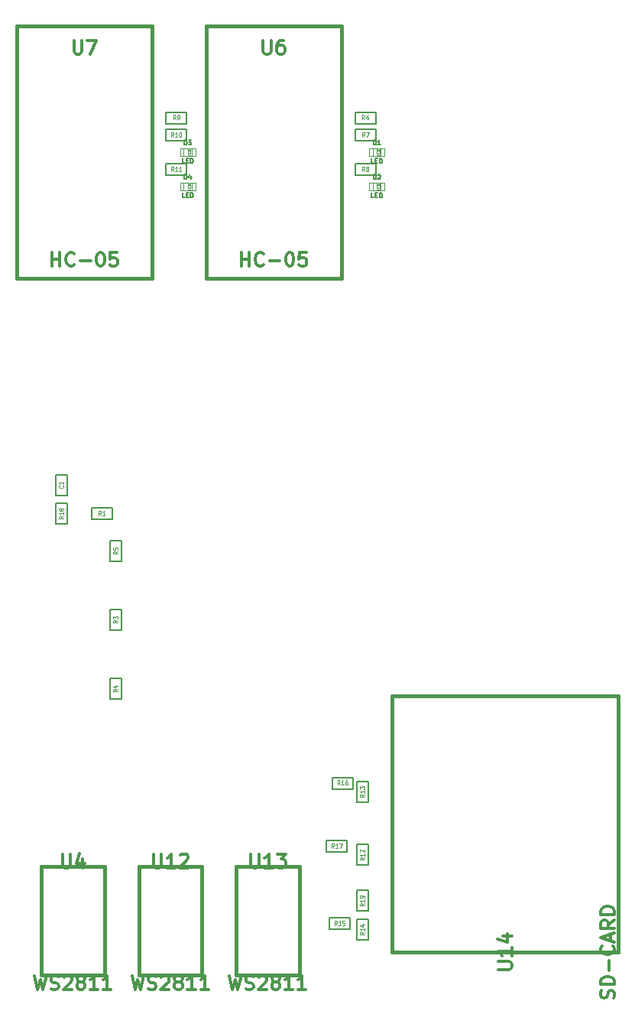
<source format=gto>
G04 (created by PCBNEW-RS274X (2012-apr-16-27)-stable) date So 26 Okt 2014 19:58:05 CET*
G01*
G70*
G90*
%MOIN*%
G04 Gerber Fmt 3.4, Leading zero omitted, Abs format*
%FSLAX34Y34*%
G04 APERTURE LIST*
%ADD10C,0.006000*%
%ADD11C,0.005000*%
%ADD12C,0.002600*%
%ADD13C,0.004000*%
%ADD14C,0.015000*%
%ADD15C,0.004500*%
%ADD16C,0.012000*%
G04 APERTURE END LIST*
G54D10*
G54D11*
X02500Y-17950D02*
X02500Y-17050D01*
X02500Y-17050D02*
X03000Y-17050D01*
X03000Y-17050D02*
X03000Y-17950D01*
X03000Y-17950D02*
X02500Y-17950D01*
X03000Y-18300D02*
X03000Y-19200D01*
X03000Y-19200D02*
X02500Y-19200D01*
X02500Y-19200D02*
X02500Y-18300D01*
X02500Y-18300D02*
X03000Y-18300D01*
X15200Y-33500D02*
X14300Y-33500D01*
X14300Y-33500D02*
X14300Y-33000D01*
X14300Y-33000D02*
X15200Y-33000D01*
X15200Y-33000D02*
X15200Y-33500D01*
X15450Y-30750D02*
X14550Y-30750D01*
X14550Y-30750D02*
X14550Y-30250D01*
X14550Y-30250D02*
X15450Y-30250D01*
X15450Y-30250D02*
X15450Y-30750D01*
X15325Y-36875D02*
X14425Y-36875D01*
X14425Y-36875D02*
X14425Y-36375D01*
X14425Y-36375D02*
X15325Y-36375D01*
X15325Y-36375D02*
X15325Y-36875D01*
X15625Y-37325D02*
X15625Y-36425D01*
X15625Y-36425D02*
X16125Y-36425D01*
X16125Y-36425D02*
X16125Y-37325D01*
X16125Y-37325D02*
X15625Y-37325D01*
X15625Y-31325D02*
X15625Y-30425D01*
X15625Y-30425D02*
X16125Y-30425D01*
X16125Y-30425D02*
X16125Y-31325D01*
X16125Y-31325D02*
X15625Y-31325D01*
X15625Y-34075D02*
X15625Y-33175D01*
X15625Y-33175D02*
X16125Y-33175D01*
X16125Y-33175D02*
X16125Y-34075D01*
X16125Y-34075D02*
X15625Y-34075D01*
X07300Y-03500D02*
X08200Y-03500D01*
X08200Y-03500D02*
X08200Y-04000D01*
X08200Y-04000D02*
X07300Y-04000D01*
X07300Y-04000D02*
X07300Y-03500D01*
X07300Y-02000D02*
X08200Y-02000D01*
X08200Y-02000D02*
X08200Y-02500D01*
X08200Y-02500D02*
X07300Y-02500D01*
X07300Y-02500D02*
X07300Y-02000D01*
X07300Y-01250D02*
X08200Y-01250D01*
X08200Y-01250D02*
X08200Y-01750D01*
X08200Y-01750D02*
X07300Y-01750D01*
X07300Y-01750D02*
X07300Y-01250D01*
X15550Y-03500D02*
X16450Y-03500D01*
X16450Y-03500D02*
X16450Y-04000D01*
X16450Y-04000D02*
X15550Y-04000D01*
X15550Y-04000D02*
X15550Y-03500D01*
X15550Y-02000D02*
X16450Y-02000D01*
X16450Y-02000D02*
X16450Y-02500D01*
X16450Y-02500D02*
X15550Y-02500D01*
X15550Y-02500D02*
X15550Y-02000D01*
X04875Y-20825D02*
X04875Y-19925D01*
X04875Y-19925D02*
X05375Y-19925D01*
X05375Y-19925D02*
X05375Y-20825D01*
X05375Y-20825D02*
X04875Y-20825D01*
X04875Y-26825D02*
X04875Y-25925D01*
X04875Y-25925D02*
X05375Y-25925D01*
X05375Y-25925D02*
X05375Y-26825D01*
X05375Y-26825D02*
X04875Y-26825D01*
X04875Y-23825D02*
X04875Y-22925D01*
X04875Y-22925D02*
X05375Y-22925D01*
X05375Y-22925D02*
X05375Y-23825D01*
X05375Y-23825D02*
X04875Y-23825D01*
X04050Y-18500D02*
X04950Y-18500D01*
X04950Y-18500D02*
X04950Y-19000D01*
X04950Y-19000D02*
X04050Y-19000D01*
X04050Y-19000D02*
X04050Y-18500D01*
X15550Y-01250D02*
X16450Y-01250D01*
X16450Y-01250D02*
X16450Y-01750D01*
X16450Y-01750D02*
X15550Y-01750D01*
X15550Y-01750D02*
X15550Y-01250D01*
G54D12*
X16677Y-02823D02*
X16677Y-03177D01*
X16677Y-03177D02*
X16834Y-03177D01*
X16834Y-02823D02*
X16834Y-03177D01*
X16677Y-02823D02*
X16834Y-02823D01*
X16166Y-02823D02*
X16166Y-03177D01*
X16166Y-03177D02*
X16323Y-03177D01*
X16323Y-02823D02*
X16323Y-03177D01*
X16166Y-02823D02*
X16323Y-02823D01*
X16500Y-02823D02*
X16500Y-02882D01*
X16500Y-02882D02*
X16618Y-02882D01*
X16618Y-02823D02*
X16618Y-02882D01*
X16500Y-02823D02*
X16618Y-02823D01*
X16500Y-03118D02*
X16500Y-03177D01*
X16500Y-03177D02*
X16618Y-03177D01*
X16618Y-03118D02*
X16618Y-03177D01*
X16500Y-03118D02*
X16618Y-03118D01*
X16500Y-02941D02*
X16500Y-03059D01*
X16500Y-03059D02*
X16618Y-03059D01*
X16618Y-02941D02*
X16618Y-03059D01*
X16500Y-02941D02*
X16618Y-02941D01*
G54D13*
X16677Y-02843D02*
X16323Y-02843D01*
X16677Y-03157D02*
X16323Y-03157D01*
G54D12*
X16677Y-04323D02*
X16677Y-04677D01*
X16677Y-04677D02*
X16834Y-04677D01*
X16834Y-04323D02*
X16834Y-04677D01*
X16677Y-04323D02*
X16834Y-04323D01*
X16166Y-04323D02*
X16166Y-04677D01*
X16166Y-04677D02*
X16323Y-04677D01*
X16323Y-04323D02*
X16323Y-04677D01*
X16166Y-04323D02*
X16323Y-04323D01*
X16500Y-04323D02*
X16500Y-04382D01*
X16500Y-04382D02*
X16618Y-04382D01*
X16618Y-04323D02*
X16618Y-04382D01*
X16500Y-04323D02*
X16618Y-04323D01*
X16500Y-04618D02*
X16500Y-04677D01*
X16500Y-04677D02*
X16618Y-04677D01*
X16618Y-04618D02*
X16618Y-04677D01*
X16500Y-04618D02*
X16618Y-04618D01*
X16500Y-04441D02*
X16500Y-04559D01*
X16500Y-04559D02*
X16618Y-04559D01*
X16618Y-04441D02*
X16618Y-04559D01*
X16500Y-04441D02*
X16618Y-04441D01*
G54D13*
X16677Y-04343D02*
X16323Y-04343D01*
X16677Y-04657D02*
X16323Y-04657D01*
G54D12*
X08427Y-02823D02*
X08427Y-03177D01*
X08427Y-03177D02*
X08584Y-03177D01*
X08584Y-02823D02*
X08584Y-03177D01*
X08427Y-02823D02*
X08584Y-02823D01*
X07916Y-02823D02*
X07916Y-03177D01*
X07916Y-03177D02*
X08073Y-03177D01*
X08073Y-02823D02*
X08073Y-03177D01*
X07916Y-02823D02*
X08073Y-02823D01*
X08250Y-02823D02*
X08250Y-02882D01*
X08250Y-02882D02*
X08368Y-02882D01*
X08368Y-02823D02*
X08368Y-02882D01*
X08250Y-02823D02*
X08368Y-02823D01*
X08250Y-03118D02*
X08250Y-03177D01*
X08250Y-03177D02*
X08368Y-03177D01*
X08368Y-03118D02*
X08368Y-03177D01*
X08250Y-03118D02*
X08368Y-03118D01*
X08250Y-02941D02*
X08250Y-03059D01*
X08250Y-03059D02*
X08368Y-03059D01*
X08368Y-02941D02*
X08368Y-03059D01*
X08250Y-02941D02*
X08368Y-02941D01*
G54D13*
X08427Y-02843D02*
X08073Y-02843D01*
X08427Y-03157D02*
X08073Y-03157D01*
G54D12*
X08427Y-04323D02*
X08427Y-04677D01*
X08427Y-04677D02*
X08584Y-04677D01*
X08584Y-04323D02*
X08584Y-04677D01*
X08427Y-04323D02*
X08584Y-04323D01*
X07916Y-04323D02*
X07916Y-04677D01*
X07916Y-04677D02*
X08073Y-04677D01*
X08073Y-04323D02*
X08073Y-04677D01*
X07916Y-04323D02*
X08073Y-04323D01*
X08250Y-04323D02*
X08250Y-04382D01*
X08250Y-04382D02*
X08368Y-04382D01*
X08368Y-04323D02*
X08368Y-04382D01*
X08250Y-04323D02*
X08368Y-04323D01*
X08250Y-04618D02*
X08250Y-04677D01*
X08250Y-04677D02*
X08368Y-04677D01*
X08368Y-04618D02*
X08368Y-04677D01*
X08250Y-04618D02*
X08368Y-04618D01*
X08250Y-04441D02*
X08250Y-04559D01*
X08250Y-04559D02*
X08368Y-04559D01*
X08368Y-04441D02*
X08368Y-04559D01*
X08250Y-04441D02*
X08368Y-04441D01*
G54D13*
X08427Y-04343D02*
X08073Y-04343D01*
X08427Y-04657D02*
X08073Y-04657D01*
G54D14*
X09047Y02512D02*
X14953Y02512D01*
X14953Y02512D02*
X14953Y-08512D01*
X14953Y-08512D02*
X09047Y-08512D01*
X09047Y-08512D02*
X09047Y02512D01*
X00797Y02512D02*
X06703Y02512D01*
X06703Y02512D02*
X06703Y-08512D01*
X06703Y-08512D02*
X00797Y-08512D01*
X00797Y-08512D02*
X00797Y02512D01*
G54D11*
X16125Y-35175D02*
X16125Y-36075D01*
X16125Y-36075D02*
X15625Y-36075D01*
X15625Y-36075D02*
X15625Y-35175D01*
X15625Y-35175D02*
X16125Y-35175D01*
G54D14*
X27019Y-37875D02*
X27019Y-26694D01*
X27019Y-26694D02*
X17176Y-26694D01*
X17176Y-26694D02*
X17176Y-37875D01*
X17176Y-37875D02*
X27019Y-37875D01*
X04628Y-34138D02*
X04628Y-38862D01*
X01872Y-34138D02*
X01872Y-38862D01*
X01872Y-34138D02*
X04628Y-34138D01*
X04628Y-38862D02*
X01872Y-38862D01*
X08878Y-34138D02*
X08878Y-38862D01*
X06122Y-34138D02*
X06122Y-38862D01*
X06122Y-34138D02*
X08878Y-34138D01*
X08878Y-38862D02*
X06122Y-38862D01*
X13128Y-34138D02*
X13128Y-38862D01*
X10372Y-34138D02*
X10372Y-38862D01*
X10372Y-34138D02*
X13128Y-34138D01*
X13128Y-38862D02*
X10372Y-38862D01*
G54D15*
X02812Y-17529D02*
X02821Y-17538D01*
X02831Y-17564D01*
X02831Y-17581D01*
X02821Y-17606D01*
X02802Y-17624D01*
X02783Y-17632D01*
X02745Y-17641D01*
X02717Y-17641D01*
X02679Y-17632D01*
X02660Y-17624D01*
X02640Y-17606D01*
X02631Y-17581D01*
X02631Y-17564D01*
X02640Y-17538D01*
X02650Y-17529D01*
X02831Y-17358D02*
X02831Y-17461D01*
X02831Y-17409D02*
X02631Y-17409D01*
X02660Y-17426D01*
X02679Y-17444D01*
X02688Y-17461D01*
X02831Y-18865D02*
X02736Y-18925D01*
X02831Y-18968D02*
X02631Y-18968D01*
X02631Y-18900D01*
X02640Y-18882D01*
X02650Y-18874D01*
X02669Y-18865D01*
X02698Y-18865D01*
X02717Y-18874D01*
X02726Y-18882D01*
X02736Y-18900D01*
X02736Y-18968D01*
X02831Y-18694D02*
X02831Y-18797D01*
X02831Y-18745D02*
X02631Y-18745D01*
X02660Y-18762D01*
X02679Y-18780D01*
X02688Y-18797D01*
X02717Y-18591D02*
X02707Y-18609D01*
X02698Y-18617D01*
X02679Y-18626D01*
X02669Y-18626D01*
X02650Y-18617D01*
X02640Y-18609D01*
X02631Y-18591D01*
X02631Y-18557D01*
X02640Y-18540D01*
X02650Y-18531D01*
X02669Y-18523D01*
X02679Y-18523D01*
X02698Y-18531D01*
X02707Y-18540D01*
X02717Y-18557D01*
X02717Y-18591D01*
X02726Y-18609D01*
X02736Y-18617D01*
X02755Y-18626D01*
X02793Y-18626D01*
X02812Y-18617D01*
X02821Y-18609D01*
X02831Y-18591D01*
X02831Y-18557D01*
X02821Y-18540D01*
X02812Y-18531D01*
X02793Y-18523D01*
X02755Y-18523D01*
X02736Y-18531D01*
X02726Y-18540D01*
X02717Y-18557D01*
X14635Y-33331D02*
X14575Y-33236D01*
X14532Y-33331D02*
X14532Y-33131D01*
X14600Y-33131D01*
X14618Y-33140D01*
X14626Y-33150D01*
X14635Y-33169D01*
X14635Y-33198D01*
X14626Y-33217D01*
X14618Y-33226D01*
X14600Y-33236D01*
X14532Y-33236D01*
X14806Y-33331D02*
X14703Y-33331D01*
X14755Y-33331D02*
X14755Y-33131D01*
X14738Y-33160D01*
X14720Y-33179D01*
X14703Y-33188D01*
X14866Y-33131D02*
X14986Y-33131D01*
X14909Y-33331D01*
X14885Y-30581D02*
X14825Y-30486D01*
X14782Y-30581D02*
X14782Y-30381D01*
X14850Y-30381D01*
X14868Y-30390D01*
X14876Y-30400D01*
X14885Y-30419D01*
X14885Y-30448D01*
X14876Y-30467D01*
X14868Y-30476D01*
X14850Y-30486D01*
X14782Y-30486D01*
X15056Y-30581D02*
X14953Y-30581D01*
X15005Y-30581D02*
X15005Y-30381D01*
X14988Y-30410D01*
X14970Y-30429D01*
X14953Y-30438D01*
X15210Y-30381D02*
X15176Y-30381D01*
X15159Y-30390D01*
X15150Y-30400D01*
X15133Y-30429D01*
X15124Y-30467D01*
X15124Y-30543D01*
X15133Y-30562D01*
X15141Y-30571D01*
X15159Y-30581D01*
X15193Y-30581D01*
X15210Y-30571D01*
X15219Y-30562D01*
X15227Y-30543D01*
X15227Y-30495D01*
X15219Y-30476D01*
X15210Y-30467D01*
X15193Y-30457D01*
X15159Y-30457D01*
X15141Y-30467D01*
X15133Y-30476D01*
X15124Y-30495D01*
X14760Y-36706D02*
X14700Y-36611D01*
X14657Y-36706D02*
X14657Y-36506D01*
X14725Y-36506D01*
X14743Y-36515D01*
X14751Y-36525D01*
X14760Y-36544D01*
X14760Y-36573D01*
X14751Y-36592D01*
X14743Y-36601D01*
X14725Y-36611D01*
X14657Y-36611D01*
X14931Y-36706D02*
X14828Y-36706D01*
X14880Y-36706D02*
X14880Y-36506D01*
X14863Y-36535D01*
X14845Y-36554D01*
X14828Y-36563D01*
X15094Y-36506D02*
X15008Y-36506D01*
X14999Y-36601D01*
X15008Y-36592D01*
X15025Y-36582D01*
X15068Y-36582D01*
X15085Y-36592D01*
X15094Y-36601D01*
X15102Y-36620D01*
X15102Y-36668D01*
X15094Y-36687D01*
X15085Y-36696D01*
X15068Y-36706D01*
X15025Y-36706D01*
X15008Y-36696D01*
X14999Y-36687D01*
X15956Y-36990D02*
X15861Y-37050D01*
X15956Y-37093D02*
X15756Y-37093D01*
X15756Y-37025D01*
X15765Y-37007D01*
X15775Y-36999D01*
X15794Y-36990D01*
X15823Y-36990D01*
X15842Y-36999D01*
X15851Y-37007D01*
X15861Y-37025D01*
X15861Y-37093D01*
X15956Y-36819D02*
X15956Y-36922D01*
X15956Y-36870D02*
X15756Y-36870D01*
X15785Y-36887D01*
X15804Y-36905D01*
X15813Y-36922D01*
X15823Y-36665D02*
X15956Y-36665D01*
X15746Y-36708D02*
X15889Y-36751D01*
X15889Y-36639D01*
X15956Y-30990D02*
X15861Y-31050D01*
X15956Y-31093D02*
X15756Y-31093D01*
X15756Y-31025D01*
X15765Y-31007D01*
X15775Y-30999D01*
X15794Y-30990D01*
X15823Y-30990D01*
X15842Y-30999D01*
X15851Y-31007D01*
X15861Y-31025D01*
X15861Y-31093D01*
X15956Y-30819D02*
X15956Y-30922D01*
X15956Y-30870D02*
X15756Y-30870D01*
X15785Y-30887D01*
X15804Y-30905D01*
X15813Y-30922D01*
X15756Y-30759D02*
X15756Y-30648D01*
X15832Y-30708D01*
X15832Y-30682D01*
X15842Y-30665D01*
X15851Y-30656D01*
X15870Y-30648D01*
X15918Y-30648D01*
X15937Y-30656D01*
X15946Y-30665D01*
X15956Y-30682D01*
X15956Y-30734D01*
X15946Y-30751D01*
X15937Y-30759D01*
X15956Y-33740D02*
X15861Y-33800D01*
X15956Y-33843D02*
X15756Y-33843D01*
X15756Y-33775D01*
X15765Y-33757D01*
X15775Y-33749D01*
X15794Y-33740D01*
X15823Y-33740D01*
X15842Y-33749D01*
X15851Y-33757D01*
X15861Y-33775D01*
X15861Y-33843D01*
X15956Y-33569D02*
X15956Y-33672D01*
X15956Y-33620D02*
X15756Y-33620D01*
X15785Y-33637D01*
X15804Y-33655D01*
X15813Y-33672D01*
X15775Y-33501D02*
X15765Y-33492D01*
X15756Y-33475D01*
X15756Y-33432D01*
X15765Y-33415D01*
X15775Y-33406D01*
X15794Y-33398D01*
X15813Y-33398D01*
X15842Y-33406D01*
X15956Y-33509D01*
X15956Y-33398D01*
X07635Y-03831D02*
X07575Y-03736D01*
X07532Y-03831D02*
X07532Y-03631D01*
X07600Y-03631D01*
X07618Y-03640D01*
X07626Y-03650D01*
X07635Y-03669D01*
X07635Y-03698D01*
X07626Y-03717D01*
X07618Y-03726D01*
X07600Y-03736D01*
X07532Y-03736D01*
X07806Y-03831D02*
X07703Y-03831D01*
X07755Y-03831D02*
X07755Y-03631D01*
X07738Y-03660D01*
X07720Y-03679D01*
X07703Y-03688D01*
X07977Y-03831D02*
X07874Y-03831D01*
X07926Y-03831D02*
X07926Y-03631D01*
X07909Y-03660D01*
X07891Y-03679D01*
X07874Y-03688D01*
X07635Y-02331D02*
X07575Y-02236D01*
X07532Y-02331D02*
X07532Y-02131D01*
X07600Y-02131D01*
X07618Y-02140D01*
X07626Y-02150D01*
X07635Y-02169D01*
X07635Y-02198D01*
X07626Y-02217D01*
X07618Y-02226D01*
X07600Y-02236D01*
X07532Y-02236D01*
X07806Y-02331D02*
X07703Y-02331D01*
X07755Y-02331D02*
X07755Y-02131D01*
X07738Y-02160D01*
X07720Y-02179D01*
X07703Y-02188D01*
X07917Y-02131D02*
X07934Y-02131D01*
X07951Y-02140D01*
X07960Y-02150D01*
X07969Y-02169D01*
X07977Y-02207D01*
X07977Y-02255D01*
X07969Y-02293D01*
X07960Y-02312D01*
X07951Y-02321D01*
X07934Y-02331D01*
X07917Y-02331D01*
X07900Y-02321D01*
X07891Y-02312D01*
X07883Y-02293D01*
X07874Y-02255D01*
X07874Y-02207D01*
X07883Y-02169D01*
X07891Y-02150D01*
X07900Y-02140D01*
X07917Y-02131D01*
X07721Y-01581D02*
X07661Y-01486D01*
X07618Y-01581D02*
X07618Y-01381D01*
X07686Y-01381D01*
X07704Y-01390D01*
X07712Y-01400D01*
X07721Y-01419D01*
X07721Y-01448D01*
X07712Y-01467D01*
X07704Y-01476D01*
X07686Y-01486D01*
X07618Y-01486D01*
X07806Y-01581D02*
X07841Y-01581D01*
X07858Y-01571D01*
X07866Y-01562D01*
X07884Y-01533D01*
X07892Y-01495D01*
X07892Y-01419D01*
X07884Y-01400D01*
X07875Y-01390D01*
X07858Y-01381D01*
X07824Y-01381D01*
X07806Y-01390D01*
X07798Y-01400D01*
X07789Y-01419D01*
X07789Y-01467D01*
X07798Y-01486D01*
X07806Y-01495D01*
X07824Y-01505D01*
X07858Y-01505D01*
X07875Y-01495D01*
X07884Y-01486D01*
X07892Y-01467D01*
X15971Y-03831D02*
X15911Y-03736D01*
X15868Y-03831D02*
X15868Y-03631D01*
X15936Y-03631D01*
X15954Y-03640D01*
X15962Y-03650D01*
X15971Y-03669D01*
X15971Y-03698D01*
X15962Y-03717D01*
X15954Y-03726D01*
X15936Y-03736D01*
X15868Y-03736D01*
X16074Y-03717D02*
X16056Y-03707D01*
X16048Y-03698D01*
X16039Y-03679D01*
X16039Y-03669D01*
X16048Y-03650D01*
X16056Y-03640D01*
X16074Y-03631D01*
X16108Y-03631D01*
X16125Y-03640D01*
X16134Y-03650D01*
X16142Y-03669D01*
X16142Y-03679D01*
X16134Y-03698D01*
X16125Y-03707D01*
X16108Y-03717D01*
X16074Y-03717D01*
X16056Y-03726D01*
X16048Y-03736D01*
X16039Y-03755D01*
X16039Y-03793D01*
X16048Y-03812D01*
X16056Y-03821D01*
X16074Y-03831D01*
X16108Y-03831D01*
X16125Y-03821D01*
X16134Y-03812D01*
X16142Y-03793D01*
X16142Y-03755D01*
X16134Y-03736D01*
X16125Y-03726D01*
X16108Y-03717D01*
X15971Y-02331D02*
X15911Y-02236D01*
X15868Y-02331D02*
X15868Y-02131D01*
X15936Y-02131D01*
X15954Y-02140D01*
X15962Y-02150D01*
X15971Y-02169D01*
X15971Y-02198D01*
X15962Y-02217D01*
X15954Y-02226D01*
X15936Y-02236D01*
X15868Y-02236D01*
X16031Y-02131D02*
X16151Y-02131D01*
X16074Y-02331D01*
X05206Y-20404D02*
X05111Y-20464D01*
X05206Y-20507D02*
X05006Y-20507D01*
X05006Y-20439D01*
X05015Y-20421D01*
X05025Y-20413D01*
X05044Y-20404D01*
X05073Y-20404D01*
X05092Y-20413D01*
X05101Y-20421D01*
X05111Y-20439D01*
X05111Y-20507D01*
X05006Y-20241D02*
X05006Y-20327D01*
X05101Y-20336D01*
X05092Y-20327D01*
X05082Y-20310D01*
X05082Y-20267D01*
X05092Y-20250D01*
X05101Y-20241D01*
X05120Y-20233D01*
X05168Y-20233D01*
X05187Y-20241D01*
X05196Y-20250D01*
X05206Y-20267D01*
X05206Y-20310D01*
X05196Y-20327D01*
X05187Y-20336D01*
X05206Y-26404D02*
X05111Y-26464D01*
X05206Y-26507D02*
X05006Y-26507D01*
X05006Y-26439D01*
X05015Y-26421D01*
X05025Y-26413D01*
X05044Y-26404D01*
X05073Y-26404D01*
X05092Y-26413D01*
X05101Y-26421D01*
X05111Y-26439D01*
X05111Y-26507D01*
X05073Y-26250D02*
X05206Y-26250D01*
X04996Y-26293D02*
X05139Y-26336D01*
X05139Y-26224D01*
X05206Y-23404D02*
X05111Y-23464D01*
X05206Y-23507D02*
X05006Y-23507D01*
X05006Y-23439D01*
X05015Y-23421D01*
X05025Y-23413D01*
X05044Y-23404D01*
X05073Y-23404D01*
X05092Y-23413D01*
X05101Y-23421D01*
X05111Y-23439D01*
X05111Y-23507D01*
X05006Y-23344D02*
X05006Y-23233D01*
X05082Y-23293D01*
X05082Y-23267D01*
X05092Y-23250D01*
X05101Y-23241D01*
X05120Y-23233D01*
X05168Y-23233D01*
X05187Y-23241D01*
X05196Y-23250D01*
X05206Y-23267D01*
X05206Y-23319D01*
X05196Y-23336D01*
X05187Y-23344D01*
X04471Y-18831D02*
X04411Y-18736D01*
X04368Y-18831D02*
X04368Y-18631D01*
X04436Y-18631D01*
X04454Y-18640D01*
X04462Y-18650D01*
X04471Y-18669D01*
X04471Y-18698D01*
X04462Y-18717D01*
X04454Y-18726D01*
X04436Y-18736D01*
X04368Y-18736D01*
X04642Y-18831D02*
X04539Y-18831D01*
X04591Y-18831D02*
X04591Y-18631D01*
X04574Y-18660D01*
X04556Y-18679D01*
X04539Y-18688D01*
X15971Y-01581D02*
X15911Y-01486D01*
X15868Y-01581D02*
X15868Y-01381D01*
X15936Y-01381D01*
X15954Y-01390D01*
X15962Y-01400D01*
X15971Y-01419D01*
X15971Y-01448D01*
X15962Y-01467D01*
X15954Y-01476D01*
X15936Y-01486D01*
X15868Y-01486D01*
X16125Y-01381D02*
X16091Y-01381D01*
X16074Y-01390D01*
X16065Y-01400D01*
X16048Y-01429D01*
X16039Y-01467D01*
X16039Y-01543D01*
X16048Y-01562D01*
X16056Y-01571D01*
X16074Y-01581D01*
X16108Y-01581D01*
X16125Y-01571D01*
X16134Y-01562D01*
X16142Y-01543D01*
X16142Y-01495D01*
X16134Y-01476D01*
X16125Y-01467D01*
X16108Y-01457D01*
X16074Y-01457D01*
X16056Y-01467D01*
X16048Y-01476D01*
X16039Y-01495D01*
G54D11*
X16353Y-02681D02*
X16353Y-02481D01*
X16400Y-02481D01*
X16429Y-02490D01*
X16448Y-02510D01*
X16457Y-02529D01*
X16467Y-02567D01*
X16467Y-02595D01*
X16457Y-02633D01*
X16448Y-02652D01*
X16429Y-02671D01*
X16400Y-02681D01*
X16353Y-02681D01*
X16657Y-02681D02*
X16543Y-02681D01*
X16600Y-02681D02*
X16600Y-02481D01*
X16581Y-02510D01*
X16562Y-02529D01*
X16543Y-02538D01*
X16372Y-03481D02*
X16277Y-03481D01*
X16277Y-03281D01*
X16439Y-03376D02*
X16505Y-03376D01*
X16534Y-03481D02*
X16439Y-03481D01*
X16439Y-03281D01*
X16534Y-03281D01*
X16620Y-03481D02*
X16620Y-03281D01*
X16667Y-03281D01*
X16696Y-03290D01*
X16715Y-03310D01*
X16724Y-03329D01*
X16734Y-03367D01*
X16734Y-03395D01*
X16724Y-03433D01*
X16715Y-03452D01*
X16696Y-03471D01*
X16667Y-03481D01*
X16620Y-03481D01*
X16353Y-04181D02*
X16353Y-03981D01*
X16400Y-03981D01*
X16429Y-03990D01*
X16448Y-04010D01*
X16457Y-04029D01*
X16467Y-04067D01*
X16467Y-04095D01*
X16457Y-04133D01*
X16448Y-04152D01*
X16429Y-04171D01*
X16400Y-04181D01*
X16353Y-04181D01*
X16543Y-04000D02*
X16553Y-03990D01*
X16572Y-03981D01*
X16619Y-03981D01*
X16638Y-03990D01*
X16648Y-04000D01*
X16657Y-04019D01*
X16657Y-04038D01*
X16648Y-04067D01*
X16534Y-04181D01*
X16657Y-04181D01*
X16372Y-04981D02*
X16277Y-04981D01*
X16277Y-04781D01*
X16439Y-04876D02*
X16505Y-04876D01*
X16534Y-04981D02*
X16439Y-04981D01*
X16439Y-04781D01*
X16534Y-04781D01*
X16620Y-04981D02*
X16620Y-04781D01*
X16667Y-04781D01*
X16696Y-04790D01*
X16715Y-04810D01*
X16724Y-04829D01*
X16734Y-04867D01*
X16734Y-04895D01*
X16724Y-04933D01*
X16715Y-04952D01*
X16696Y-04971D01*
X16667Y-04981D01*
X16620Y-04981D01*
X08103Y-02681D02*
X08103Y-02481D01*
X08150Y-02481D01*
X08179Y-02490D01*
X08198Y-02510D01*
X08207Y-02529D01*
X08217Y-02567D01*
X08217Y-02595D01*
X08207Y-02633D01*
X08198Y-02652D01*
X08179Y-02671D01*
X08150Y-02681D01*
X08103Y-02681D01*
X08284Y-02481D02*
X08407Y-02481D01*
X08341Y-02557D01*
X08369Y-02557D01*
X08388Y-02567D01*
X08398Y-02576D01*
X08407Y-02595D01*
X08407Y-02643D01*
X08398Y-02662D01*
X08388Y-02671D01*
X08369Y-02681D01*
X08312Y-02681D01*
X08293Y-02671D01*
X08284Y-02662D01*
X08122Y-03481D02*
X08027Y-03481D01*
X08027Y-03281D01*
X08189Y-03376D02*
X08255Y-03376D01*
X08284Y-03481D02*
X08189Y-03481D01*
X08189Y-03281D01*
X08284Y-03281D01*
X08370Y-03481D02*
X08370Y-03281D01*
X08417Y-03281D01*
X08446Y-03290D01*
X08465Y-03310D01*
X08474Y-03329D01*
X08484Y-03367D01*
X08484Y-03395D01*
X08474Y-03433D01*
X08465Y-03452D01*
X08446Y-03471D01*
X08417Y-03481D01*
X08370Y-03481D01*
X08103Y-04181D02*
X08103Y-03981D01*
X08150Y-03981D01*
X08179Y-03990D01*
X08198Y-04010D01*
X08207Y-04029D01*
X08217Y-04067D01*
X08217Y-04095D01*
X08207Y-04133D01*
X08198Y-04152D01*
X08179Y-04171D01*
X08150Y-04181D01*
X08103Y-04181D01*
X08388Y-04048D02*
X08388Y-04181D01*
X08341Y-03971D02*
X08293Y-04114D01*
X08417Y-04114D01*
X08122Y-04981D02*
X08027Y-04981D01*
X08027Y-04781D01*
X08189Y-04876D02*
X08255Y-04876D01*
X08284Y-04981D02*
X08189Y-04981D01*
X08189Y-04781D01*
X08284Y-04781D01*
X08370Y-04981D02*
X08370Y-04781D01*
X08417Y-04781D01*
X08446Y-04790D01*
X08465Y-04810D01*
X08474Y-04829D01*
X08484Y-04867D01*
X08484Y-04895D01*
X08474Y-04933D01*
X08465Y-04952D01*
X08446Y-04971D01*
X08417Y-04981D01*
X08370Y-04981D01*
G54D16*
X11543Y01885D02*
X11543Y01399D01*
X11571Y01342D01*
X11600Y01314D01*
X11657Y01285D01*
X11771Y01285D01*
X11829Y01314D01*
X11857Y01342D01*
X11886Y01399D01*
X11886Y01885D01*
X12429Y01885D02*
X12315Y01885D01*
X12258Y01857D01*
X12229Y01828D01*
X12172Y01742D01*
X12143Y01628D01*
X12143Y01399D01*
X12172Y01342D01*
X12200Y01314D01*
X12258Y01285D01*
X12372Y01285D01*
X12429Y01314D01*
X12458Y01342D01*
X12486Y01399D01*
X12486Y01542D01*
X12458Y01599D01*
X12429Y01628D01*
X12372Y01657D01*
X12258Y01657D01*
X12200Y01628D01*
X12172Y01599D01*
X12143Y01542D01*
X10586Y-07967D02*
X10586Y-07367D01*
X10586Y-07653D02*
X10929Y-07653D01*
X10929Y-07967D02*
X10929Y-07367D01*
X11558Y-07910D02*
X11529Y-07938D01*
X11443Y-07967D01*
X11386Y-07967D01*
X11301Y-07938D01*
X11243Y-07881D01*
X11215Y-07824D01*
X11186Y-07710D01*
X11186Y-07624D01*
X11215Y-07510D01*
X11243Y-07453D01*
X11301Y-07395D01*
X11386Y-07367D01*
X11443Y-07367D01*
X11529Y-07395D01*
X11558Y-07424D01*
X11815Y-07738D02*
X12272Y-07738D01*
X12672Y-07367D02*
X12729Y-07367D01*
X12786Y-07395D01*
X12815Y-07424D01*
X12844Y-07481D01*
X12872Y-07595D01*
X12872Y-07738D01*
X12844Y-07853D01*
X12815Y-07910D01*
X12786Y-07938D01*
X12729Y-07967D01*
X12672Y-07967D01*
X12615Y-07938D01*
X12586Y-07910D01*
X12558Y-07853D01*
X12529Y-07738D01*
X12529Y-07595D01*
X12558Y-07481D01*
X12586Y-07424D01*
X12615Y-07395D01*
X12672Y-07367D01*
X13415Y-07367D02*
X13129Y-07367D01*
X13100Y-07653D01*
X13129Y-07624D01*
X13186Y-07595D01*
X13329Y-07595D01*
X13386Y-07624D01*
X13415Y-07653D01*
X13443Y-07710D01*
X13443Y-07853D01*
X13415Y-07910D01*
X13386Y-07938D01*
X13329Y-07967D01*
X13186Y-07967D01*
X13129Y-07938D01*
X13100Y-07910D01*
X03293Y01885D02*
X03293Y01399D01*
X03321Y01342D01*
X03350Y01314D01*
X03407Y01285D01*
X03521Y01285D01*
X03579Y01314D01*
X03607Y01342D01*
X03636Y01399D01*
X03636Y01885D01*
X03865Y01885D02*
X04265Y01885D01*
X04008Y01285D01*
X02336Y-07967D02*
X02336Y-07367D01*
X02336Y-07653D02*
X02679Y-07653D01*
X02679Y-07967D02*
X02679Y-07367D01*
X03308Y-07910D02*
X03279Y-07938D01*
X03193Y-07967D01*
X03136Y-07967D01*
X03051Y-07938D01*
X02993Y-07881D01*
X02965Y-07824D01*
X02936Y-07710D01*
X02936Y-07624D01*
X02965Y-07510D01*
X02993Y-07453D01*
X03051Y-07395D01*
X03136Y-07367D01*
X03193Y-07367D01*
X03279Y-07395D01*
X03308Y-07424D01*
X03565Y-07738D02*
X04022Y-07738D01*
X04422Y-07367D02*
X04479Y-07367D01*
X04536Y-07395D01*
X04565Y-07424D01*
X04594Y-07481D01*
X04622Y-07595D01*
X04622Y-07738D01*
X04594Y-07853D01*
X04565Y-07910D01*
X04536Y-07938D01*
X04479Y-07967D01*
X04422Y-07967D01*
X04365Y-07938D01*
X04336Y-07910D01*
X04308Y-07853D01*
X04279Y-07738D01*
X04279Y-07595D01*
X04308Y-07481D01*
X04336Y-07424D01*
X04365Y-07395D01*
X04422Y-07367D01*
X05165Y-07367D02*
X04879Y-07367D01*
X04850Y-07653D01*
X04879Y-07624D01*
X04936Y-07595D01*
X05079Y-07595D01*
X05136Y-07624D01*
X05165Y-07653D01*
X05193Y-07710D01*
X05193Y-07853D01*
X05165Y-07910D01*
X05136Y-07938D01*
X05079Y-07967D01*
X04936Y-07967D01*
X04879Y-07938D01*
X04850Y-07910D01*
G54D15*
X15956Y-35740D02*
X15861Y-35800D01*
X15956Y-35843D02*
X15756Y-35843D01*
X15756Y-35775D01*
X15765Y-35757D01*
X15775Y-35749D01*
X15794Y-35740D01*
X15823Y-35740D01*
X15842Y-35749D01*
X15851Y-35757D01*
X15861Y-35775D01*
X15861Y-35843D01*
X15956Y-35569D02*
X15956Y-35672D01*
X15956Y-35620D02*
X15756Y-35620D01*
X15785Y-35637D01*
X15804Y-35655D01*
X15813Y-35672D01*
X15956Y-35484D02*
X15956Y-35449D01*
X15946Y-35432D01*
X15937Y-35424D01*
X15908Y-35406D01*
X15870Y-35398D01*
X15794Y-35398D01*
X15775Y-35406D01*
X15765Y-35415D01*
X15756Y-35432D01*
X15756Y-35466D01*
X15765Y-35484D01*
X15775Y-35492D01*
X15794Y-35501D01*
X15842Y-35501D01*
X15861Y-35492D01*
X15870Y-35484D01*
X15880Y-35466D01*
X15880Y-35432D01*
X15870Y-35415D01*
X15861Y-35406D01*
X15842Y-35398D01*
G54D16*
X21780Y-38617D02*
X22266Y-38617D01*
X22323Y-38589D01*
X22351Y-38560D01*
X22380Y-38503D01*
X22380Y-38389D01*
X22351Y-38331D01*
X22323Y-38303D01*
X22266Y-38274D01*
X21780Y-38274D01*
X22380Y-37674D02*
X22380Y-38017D01*
X22380Y-37845D02*
X21780Y-37845D01*
X21866Y-37902D01*
X21923Y-37960D01*
X21951Y-38017D01*
X21980Y-37160D02*
X22380Y-37160D01*
X21751Y-37303D02*
X22180Y-37446D01*
X22180Y-37074D01*
X26839Y-39875D02*
X26868Y-39789D01*
X26868Y-39646D01*
X26839Y-39589D01*
X26811Y-39560D01*
X26754Y-39532D01*
X26696Y-39532D01*
X26639Y-39560D01*
X26611Y-39589D01*
X26582Y-39646D01*
X26554Y-39760D01*
X26525Y-39818D01*
X26496Y-39846D01*
X26439Y-39875D01*
X26382Y-39875D01*
X26325Y-39846D01*
X26296Y-39818D01*
X26268Y-39760D01*
X26268Y-39618D01*
X26296Y-39532D01*
X26868Y-39275D02*
X26268Y-39275D01*
X26268Y-39132D01*
X26296Y-39047D01*
X26354Y-38989D01*
X26411Y-38961D01*
X26525Y-38932D01*
X26611Y-38932D01*
X26725Y-38961D01*
X26782Y-38989D01*
X26839Y-39047D01*
X26868Y-39132D01*
X26868Y-39275D01*
X26639Y-38675D02*
X26639Y-38218D01*
X26811Y-37589D02*
X26839Y-37618D01*
X26868Y-37704D01*
X26868Y-37761D01*
X26839Y-37846D01*
X26782Y-37904D01*
X26725Y-37932D01*
X26611Y-37961D01*
X26525Y-37961D01*
X26411Y-37932D01*
X26354Y-37904D01*
X26296Y-37846D01*
X26268Y-37761D01*
X26268Y-37704D01*
X26296Y-37618D01*
X26325Y-37589D01*
X26696Y-37361D02*
X26696Y-37075D01*
X26868Y-37418D02*
X26268Y-37218D01*
X26868Y-37018D01*
X26868Y-36475D02*
X26582Y-36675D01*
X26868Y-36818D02*
X26268Y-36818D01*
X26268Y-36590D01*
X26296Y-36532D01*
X26325Y-36504D01*
X26382Y-36475D01*
X26468Y-36475D01*
X26525Y-36504D01*
X26554Y-36532D01*
X26582Y-36590D01*
X26582Y-36818D01*
X26868Y-36218D02*
X26268Y-36218D01*
X26268Y-36075D01*
X26296Y-35990D01*
X26354Y-35932D01*
X26411Y-35904D01*
X26525Y-35875D01*
X26611Y-35875D01*
X26725Y-35904D01*
X26782Y-35932D01*
X26839Y-35990D01*
X26868Y-36075D01*
X26868Y-36218D01*
X02793Y-33584D02*
X02793Y-34070D01*
X02821Y-34127D01*
X02850Y-34155D01*
X02907Y-34184D01*
X03021Y-34184D01*
X03079Y-34155D01*
X03107Y-34127D01*
X03136Y-34070D01*
X03136Y-33584D01*
X03679Y-33784D02*
X03679Y-34184D01*
X03536Y-33555D02*
X03393Y-33984D01*
X03765Y-33984D01*
X01566Y-38899D02*
X01709Y-39499D01*
X01823Y-39070D01*
X01937Y-39499D01*
X02080Y-38899D01*
X02280Y-39470D02*
X02366Y-39499D01*
X02509Y-39499D01*
X02566Y-39470D01*
X02595Y-39442D01*
X02623Y-39385D01*
X02623Y-39327D01*
X02595Y-39270D01*
X02566Y-39242D01*
X02509Y-39213D01*
X02395Y-39185D01*
X02337Y-39156D01*
X02309Y-39127D01*
X02280Y-39070D01*
X02280Y-39013D01*
X02309Y-38956D01*
X02337Y-38927D01*
X02395Y-38899D01*
X02537Y-38899D01*
X02623Y-38927D01*
X02851Y-38956D02*
X02880Y-38927D01*
X02937Y-38899D01*
X03080Y-38899D01*
X03137Y-38927D01*
X03166Y-38956D01*
X03194Y-39013D01*
X03194Y-39070D01*
X03166Y-39156D01*
X02823Y-39499D01*
X03194Y-39499D01*
X03537Y-39156D02*
X03479Y-39127D01*
X03451Y-39099D01*
X03422Y-39042D01*
X03422Y-39013D01*
X03451Y-38956D01*
X03479Y-38927D01*
X03537Y-38899D01*
X03651Y-38899D01*
X03708Y-38927D01*
X03737Y-38956D01*
X03765Y-39013D01*
X03765Y-39042D01*
X03737Y-39099D01*
X03708Y-39127D01*
X03651Y-39156D01*
X03537Y-39156D01*
X03479Y-39185D01*
X03451Y-39213D01*
X03422Y-39270D01*
X03422Y-39385D01*
X03451Y-39442D01*
X03479Y-39470D01*
X03537Y-39499D01*
X03651Y-39499D01*
X03708Y-39470D01*
X03737Y-39442D01*
X03765Y-39385D01*
X03765Y-39270D01*
X03737Y-39213D01*
X03708Y-39185D01*
X03651Y-39156D01*
X04336Y-39499D02*
X03993Y-39499D01*
X04165Y-39499D02*
X04165Y-38899D01*
X04108Y-38985D01*
X04050Y-39042D01*
X03993Y-39070D01*
X04907Y-39499D02*
X04564Y-39499D01*
X04736Y-39499D02*
X04736Y-38899D01*
X04679Y-38985D01*
X04621Y-39042D01*
X04564Y-39070D01*
X06758Y-33584D02*
X06758Y-34070D01*
X06786Y-34127D01*
X06815Y-34155D01*
X06872Y-34184D01*
X06986Y-34184D01*
X07044Y-34155D01*
X07072Y-34127D01*
X07101Y-34070D01*
X07101Y-33584D01*
X07701Y-34184D02*
X07358Y-34184D01*
X07530Y-34184D02*
X07530Y-33584D01*
X07473Y-33670D01*
X07415Y-33727D01*
X07358Y-33755D01*
X07929Y-33641D02*
X07958Y-33612D01*
X08015Y-33584D01*
X08158Y-33584D01*
X08215Y-33612D01*
X08244Y-33641D01*
X08272Y-33698D01*
X08272Y-33755D01*
X08244Y-33841D01*
X07901Y-34184D01*
X08272Y-34184D01*
X05816Y-38899D02*
X05959Y-39499D01*
X06073Y-39070D01*
X06187Y-39499D01*
X06330Y-38899D01*
X06530Y-39470D02*
X06616Y-39499D01*
X06759Y-39499D01*
X06816Y-39470D01*
X06845Y-39442D01*
X06873Y-39385D01*
X06873Y-39327D01*
X06845Y-39270D01*
X06816Y-39242D01*
X06759Y-39213D01*
X06645Y-39185D01*
X06587Y-39156D01*
X06559Y-39127D01*
X06530Y-39070D01*
X06530Y-39013D01*
X06559Y-38956D01*
X06587Y-38927D01*
X06645Y-38899D01*
X06787Y-38899D01*
X06873Y-38927D01*
X07101Y-38956D02*
X07130Y-38927D01*
X07187Y-38899D01*
X07330Y-38899D01*
X07387Y-38927D01*
X07416Y-38956D01*
X07444Y-39013D01*
X07444Y-39070D01*
X07416Y-39156D01*
X07073Y-39499D01*
X07444Y-39499D01*
X07787Y-39156D02*
X07729Y-39127D01*
X07701Y-39099D01*
X07672Y-39042D01*
X07672Y-39013D01*
X07701Y-38956D01*
X07729Y-38927D01*
X07787Y-38899D01*
X07901Y-38899D01*
X07958Y-38927D01*
X07987Y-38956D01*
X08015Y-39013D01*
X08015Y-39042D01*
X07987Y-39099D01*
X07958Y-39127D01*
X07901Y-39156D01*
X07787Y-39156D01*
X07729Y-39185D01*
X07701Y-39213D01*
X07672Y-39270D01*
X07672Y-39385D01*
X07701Y-39442D01*
X07729Y-39470D01*
X07787Y-39499D01*
X07901Y-39499D01*
X07958Y-39470D01*
X07987Y-39442D01*
X08015Y-39385D01*
X08015Y-39270D01*
X07987Y-39213D01*
X07958Y-39185D01*
X07901Y-39156D01*
X08586Y-39499D02*
X08243Y-39499D01*
X08415Y-39499D02*
X08415Y-38899D01*
X08358Y-38985D01*
X08300Y-39042D01*
X08243Y-39070D01*
X09157Y-39499D02*
X08814Y-39499D01*
X08986Y-39499D02*
X08986Y-38899D01*
X08929Y-38985D01*
X08871Y-39042D01*
X08814Y-39070D01*
X11008Y-33584D02*
X11008Y-34070D01*
X11036Y-34127D01*
X11065Y-34155D01*
X11122Y-34184D01*
X11236Y-34184D01*
X11294Y-34155D01*
X11322Y-34127D01*
X11351Y-34070D01*
X11351Y-33584D01*
X11951Y-34184D02*
X11608Y-34184D01*
X11780Y-34184D02*
X11780Y-33584D01*
X11723Y-33670D01*
X11665Y-33727D01*
X11608Y-33755D01*
X12151Y-33584D02*
X12522Y-33584D01*
X12322Y-33812D01*
X12408Y-33812D01*
X12465Y-33841D01*
X12494Y-33870D01*
X12522Y-33927D01*
X12522Y-34070D01*
X12494Y-34127D01*
X12465Y-34155D01*
X12408Y-34184D01*
X12236Y-34184D01*
X12179Y-34155D01*
X12151Y-34127D01*
X10066Y-38899D02*
X10209Y-39499D01*
X10323Y-39070D01*
X10437Y-39499D01*
X10580Y-38899D01*
X10780Y-39470D02*
X10866Y-39499D01*
X11009Y-39499D01*
X11066Y-39470D01*
X11095Y-39442D01*
X11123Y-39385D01*
X11123Y-39327D01*
X11095Y-39270D01*
X11066Y-39242D01*
X11009Y-39213D01*
X10895Y-39185D01*
X10837Y-39156D01*
X10809Y-39127D01*
X10780Y-39070D01*
X10780Y-39013D01*
X10809Y-38956D01*
X10837Y-38927D01*
X10895Y-38899D01*
X11037Y-38899D01*
X11123Y-38927D01*
X11351Y-38956D02*
X11380Y-38927D01*
X11437Y-38899D01*
X11580Y-38899D01*
X11637Y-38927D01*
X11666Y-38956D01*
X11694Y-39013D01*
X11694Y-39070D01*
X11666Y-39156D01*
X11323Y-39499D01*
X11694Y-39499D01*
X12037Y-39156D02*
X11979Y-39127D01*
X11951Y-39099D01*
X11922Y-39042D01*
X11922Y-39013D01*
X11951Y-38956D01*
X11979Y-38927D01*
X12037Y-38899D01*
X12151Y-38899D01*
X12208Y-38927D01*
X12237Y-38956D01*
X12265Y-39013D01*
X12265Y-39042D01*
X12237Y-39099D01*
X12208Y-39127D01*
X12151Y-39156D01*
X12037Y-39156D01*
X11979Y-39185D01*
X11951Y-39213D01*
X11922Y-39270D01*
X11922Y-39385D01*
X11951Y-39442D01*
X11979Y-39470D01*
X12037Y-39499D01*
X12151Y-39499D01*
X12208Y-39470D01*
X12237Y-39442D01*
X12265Y-39385D01*
X12265Y-39270D01*
X12237Y-39213D01*
X12208Y-39185D01*
X12151Y-39156D01*
X12836Y-39499D02*
X12493Y-39499D01*
X12665Y-39499D02*
X12665Y-38899D01*
X12608Y-38985D01*
X12550Y-39042D01*
X12493Y-39070D01*
X13407Y-39499D02*
X13064Y-39499D01*
X13236Y-39499D02*
X13236Y-38899D01*
X13179Y-38985D01*
X13121Y-39042D01*
X13064Y-39070D01*
M02*

</source>
